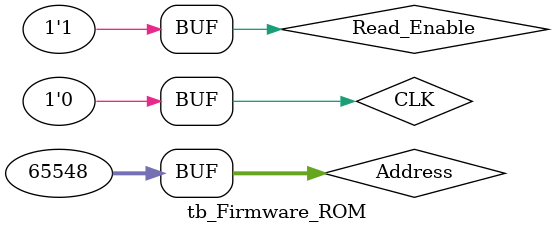
<source format=v>
`timescale 1ns / 1ps

`define PERIOD 10

module tb_Firmware_ROM(

    );

    reg CLK, Read_Enable;
    reg [31:0] Address;
    wire [31:0] Out_Data;

    always begin
        CLK <= 1'b1;
        #(`PERIOD/2)
        CLK <= 1'b0;
        #(`PERIOD/2);
    end

    initial begin
        Read_Enable = 1;
        Address = 32'h00000000;

        #50
        Address = 32'h00000004;

        #50
        Address = 32'h00000008;

        #50
        Address = 32'h0000000C;

        #50
        Address = 32'h00000010;

        #50
        Read_Enable = 0;

        #50
        Address = 32'h0000000C;

        #50
        Read_Enable = 1;
        Address = 32'h00000000;

        #50
        Address = 32'h0001000C;

    end

    Firmware_ROM inst(
        .CLK(CLK),
        .Read_Enable(Read_Enable),
        .Address(Address),
        .Out_Data(Out_Data)
    );
endmodule

</source>
